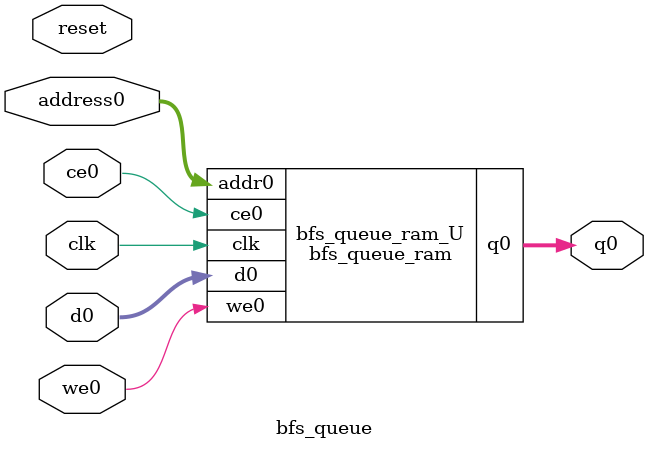
<source format=v>
`timescale 1 ns / 1 ps
module bfs_queue_ram (addr0, ce0, d0, we0, q0,  clk);

parameter DWIDTH = 32;
parameter AWIDTH = 8;
parameter MEM_SIZE = 256;

input[AWIDTH-1:0] addr0;
input ce0;
input[DWIDTH-1:0] d0;
input we0;
output reg[DWIDTH-1:0] q0;
input clk;

reg [DWIDTH-1:0] ram[0:MEM_SIZE-1];




always @(posedge clk)  
begin 
    if (ce0) begin
        if (we0) 
            ram[addr0] <= d0; 
        q0 <= ram[addr0];
    end
end


endmodule

`timescale 1 ns / 1 ps
module bfs_queue(
    reset,
    clk,
    address0,
    ce0,
    we0,
    d0,
    q0);

parameter DataWidth = 32'd32;
parameter AddressRange = 32'd256;
parameter AddressWidth = 32'd8;
input reset;
input clk;
input[AddressWidth - 1:0] address0;
input ce0;
input we0;
input[DataWidth - 1:0] d0;
output[DataWidth - 1:0] q0;



bfs_queue_ram bfs_queue_ram_U(
    .clk( clk ),
    .addr0( address0 ),
    .ce0( ce0 ),
    .we0( we0 ),
    .d0( d0 ),
    .q0( q0 ));

endmodule


</source>
